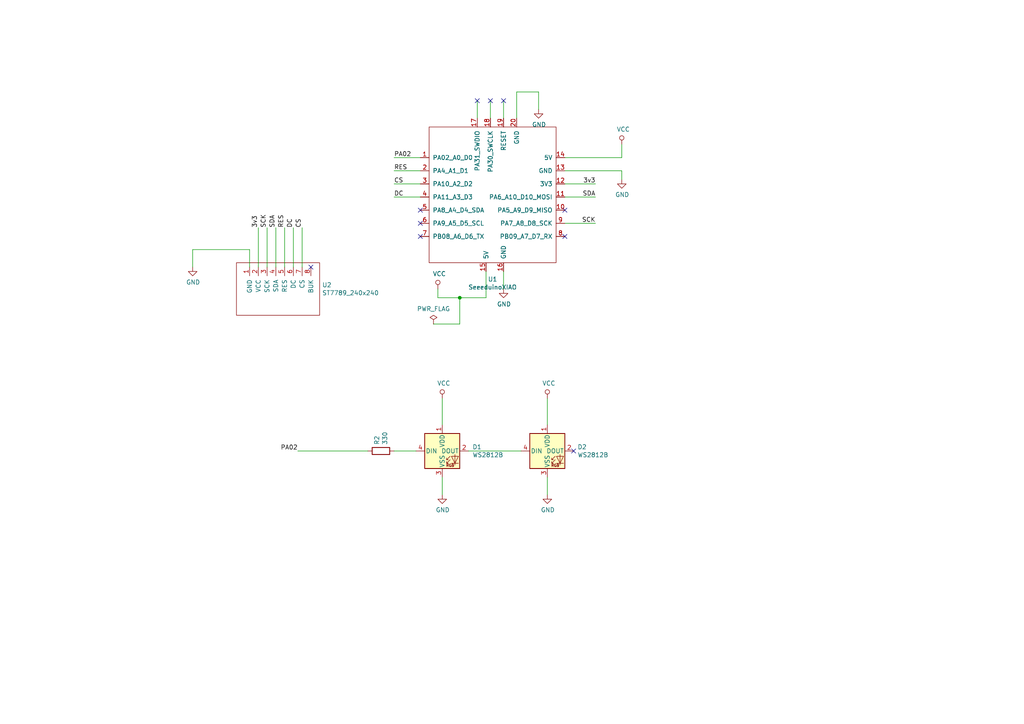
<source format=kicad_sch>
(kicad_sch (version 20231120) (generator "eeschema") (generator_version "8.0")
  (paper "A4")
  (lib_symbols
    (symbol "Device:R" (pin_numbers hide) (pin_names (offset 0))
      (property "Reference" "R" (at 2.032 0 90))
      (property "Value" "R" (at 0 0 90))
      (symbol "R_0_1"
        (rectangle (start -1.016 -2.54) (end 1.016 2.54) (stroke (width 0.254)))
      )
      (symbol "R_1_1"
        (pin passive line (at 0 3.81 270) (length 1.27) (name "~") (number "1"))
        (pin passive line (at 0 -3.81 90) (length 1.27) (name "~") (number "2"))
      )
    )
    (symbol "LED:WS2812B" (pin_names (offset 0.254))
      (property "Reference" "D" (at 5.08 5.715 0))
      (property "Value" "WS2812B" (at 1.27 -5.715 0))
      (symbol "WS2812B_0_0"
        (text "RGB" (at 2.286 -4.191 0) (effects (font (size 0.762 0.762))))
      )
      (symbol "WS2812B_0_1"
        (polyline (pts (xy 1.27 -3.556) (xy 1.778 -3.556)))
        (polyline (pts (xy 1.27 -2.54) (xy 1.778 -2.54)))
        (polyline (pts (xy 4.699 -3.556) (xy 2.667 -3.556)))
        (polyline (pts (xy 2.286 -2.54) (xy 1.27 -3.556) (xy 1.27 -3.048)))
        (polyline (pts (xy 2.286 -1.524) (xy 1.27 -2.54) (xy 1.27 -2.032)))
        (polyline (pts (xy 3.683 -1.016) (xy 3.683 -3.556) (xy 3.683 -4.064)))
        (polyline (pts (xy 4.699 -1.524) (xy 2.667 -1.524) (xy 3.683 -3.556) (xy 4.699 -1.524)))
        (rectangle (start 5.08 5.08) (end -5.08 -5.08) (stroke (width 0.254)) (fill (type background)))
      )
      (symbol "WS2812B_1_1"
        (pin power_in line (at 0 7.62 270) (length 2.54) (name "VDD") (number "1"))
        (pin output line (at 7.62 0 180) (length 2.54) (name "DOUT") (number "2"))
        (pin power_in line (at 0 -7.62 90) (length 2.54) (name "VSS") (number "3"))
        (pin input line (at -7.62 0 0) (length 2.54) (name "DIN") (number "4"))
      )
    )
    (symbol "gopher_goldpilot_xiao-rescue:GND-power" (power) (pin_names (offset 0))
      (property "Value" "power_GND" (at 0 -3.81 0))
      (symbol "GND-power_0_1"
        (polyline (pts (xy 0 0) (xy 0 -1.27) (xy 1.27 -1.27) (xy 0 -2.54) (xy -1.27 -1.27) (xy 0 -1.27)))
      )
      (symbol "GND-power_1_1"
        (pin power_in line (at 0 0 270) (length 0) hide (name "GND") (number "1"))
      )
    )
    (symbol "gopher_goldpilot_xiao-rescue:PWR_FLAG-power" (power) (pin_numbers hide) (pin_names (offset 0) hide)
      (property "Value" "power_PWR_FLAG" (at 0 3.81 0))
      (symbol "PWR_FLAG-power_0_0"
        (pin power_out line (at 0 0 90) (length 0) (name "pwr") (number "1"))
      )
      (symbol "PWR_FLAG-power_0_1"
        (polyline (pts (xy 0 0) (xy 0 1.27) (xy -1.016 1.905) (xy 0 2.54) (xy 1.016 1.905) (xy 0 1.27)))
      )
    )
    (symbol "gopher_goldpilot_xiao-rescue:ST7789_240x240-nanbuwks" (pin_names (offset 1.016))
      (property "Reference" "U" (at 0 1.27 0))
      (property "Value" "nanbuwks_ST7789_240x240" (at 0 3.81 0))
      (symbol "ST7789_240x240-nanbuwks_0_1"
        (rectangle (start -11.43 15.24) (end 12.7 0))
      )
      (symbol "ST7789_240x240-nanbuwks_1_1"
        (pin power_out line (at -7.62 13.97 270) (length 2.54) (name "GND") (number "1"))
        (pin power_in line (at -5.08 13.97 270) (length 2.54) (name "VCC") (number "2"))
        (pin input line (at -2.54 13.97 270) (length 2.54) (name "SCK") (number "3"))
        (pin input line (at 0 13.97 270) (length 2.54) (name "SDA") (number "4"))
        (pin input line (at 2.54 13.97 270) (length 2.54) (name "RES") (number "5"))
        (pin input line (at 5.08 13.97 270) (length 2.54) (name "DC") (number "6"))
        (pin input line (at 7.62 13.97 270) (length 2.54) (name "CS") (number "7"))
        (pin input line (at 10.16 13.97 270) (length 2.54) (name "BUK") (number "8"))
      )
    )
    (symbol "gopher_goldpilot_xiao-rescue:SeeeduinoXIAO-SeedXIAO" (pin_names (offset 1.016))
      (property "Reference" "U" (at -19.05 22.86 0))
      (property "Value" "SeedXIAO_SeeeduinoXIAO" (at -12.7 21.59 0))
      (symbol "SeeeduinoXIAO-SeedXIAO_0_1"
        (rectangle (start -19.05 20.32) (end 17.78 -19.05))
      )
      (symbol "SeeeduinoXIAO-SeedXIAO_1_1"
        (pin unspecified line (at -21.59 11.43 0) (length 2.54) (name "PA02_A0_D0") (number "1"))
        (pin unspecified line (at 20.32 -3.81 180) (length 2.54) (name "PA5_A9_D9_MISO") (number "10"))
        (pin unspecified line (at 20.32 0 180) (length 2.54) (name "PA6_A10_D10_MOSI") (number "11"))
        (pin unspecified line (at 20.32 3.81 180) (length 2.54) (name "3V3") (number "12"))
        (pin unspecified line (at 20.32 7.62 180) (length 2.54) (name "GND") (number "13"))
        (pin unspecified line (at 20.32 11.43 180) (length 2.54) (name "5V") (number "14"))
        (pin input line (at -2.54 -21.59 90) (length 2.54) (name "5V") (number "15"))
        (pin input line (at 2.54 -21.59 90) (length 2.54) (name "GND") (number "16"))
        (pin input line (at -5.08 22.86 270) (length 2.54) (name "PA31_SWDIO") (number "17"))
        (pin input line (at -1.27 22.86 270) (length 2.54) (name "PA30_SWCLK") (number "18"))
        (pin input line (at 2.54 22.86 270) (length 2.54) (name "RESET") (number "19"))
        (pin unspecified line (at -21.59 7.62 0) (length 2.54) (name "PA4_A1_D1") (number "2"))
        (pin input line (at 6.35 22.86 270) (length 2.54) (name "GND") (number "20"))
        (pin unspecified line (at -21.59 3.81 0) (length 2.54) (name "PA10_A2_D2") (number "3"))
        (pin unspecified line (at -21.59 0 0) (length 2.54) (name "PA11_A3_D3") (number "4"))
        (pin unspecified line (at -21.59 -3.81 0) (length 2.54) (name "PA8_A4_D4_SDA") (number "5"))
        (pin unspecified line (at -21.59 -7.62 0) (length 2.54) (name "PA9_A5_D5_SCL") (number "6"))
        (pin unspecified line (at -21.59 -11.43 0) (length 2.54) (name "PB08_A6_D6_TX") (number "7"))
        (pin unspecified line (at 20.32 -11.43 180) (length 2.54) (name "PB09_A7_D7_RX") (number "8"))
        (pin unspecified line (at 20.32 -7.62 180) (length 2.54) (name "PA7_A8_D8_SCK") (number "9"))
      )
    )
    (symbol "gopher_goldpilot_xiao-rescue:VCC-power" (power) (pin_names (offset 0))
      (property "Value" "power_VCC" (at 0 3.81 0))
      (symbol "VCC-power_0_1"
        (polyline (pts (xy 0 0) (xy 0 1.27)))
        (circle (center 0 1.905) (radius 0.635))
      )
      (symbol "VCC-power_1_1"
        (pin power_in line (at 0 0 90) (length 0) hide (name "VCC") (number "1"))
      )
    )
  )
  (junction (at 133.35 86.36))
  (no_connect (at 142.24 29.21))
  (no_connect (at 163.83 68.58))
  (no_connect (at 146.05 29.21))
  (no_connect (at 121.92 64.77))
  (no_connect (at 121.92 68.58))
  (no_connect (at 90.17 77.47))
  (no_connect (at 166.37 130.81))
  (no_connect (at 138.43 29.21))
  (no_connect (at 121.92 60.96))
  (no_connect (at 163.83 60.96))
  (wire (pts (xy 140.97 86.36) (xy 140.97 78.74)))
  (wire (pts (xy 121.92 53.34) (xy 114.3 53.34)))
  (wire (pts (xy 127 86.36) (xy 133.35 86.36)))
  (wire (pts (xy 121.92 49.53) (xy 114.3 49.53)))
  (wire (pts (xy 128.27 115.57) (xy 128.27 123.19)))
  (wire (pts (xy 163.83 57.15) (xy 172.72 57.15)))
  (wire (pts (xy 180.34 49.53) (xy 180.34 52.07)))
  (wire (pts (xy 121.92 45.72) (xy 114.3 45.72)))
  (wire (pts (xy 149.86 26.67) (xy 156.21 26.67)))
  (wire (pts (xy 133.35 93.98) (xy 133.35 86.36)))
  (wire (pts (xy 74.93 77.47) (xy 74.93 66.04)))
  (wire (pts (xy 146.05 78.74) (xy 146.05 83.82)))
  (wire (pts (xy 135.89 130.81) (xy 151.13 130.81)))
  (wire (pts (xy 138.43 29.21) (xy 138.43 34.29)))
  (wire (pts (xy 180.34 45.72) (xy 180.34 41.91)))
  (wire (pts (xy 82.55 77.47) (xy 82.55 66.04)))
  (wire (pts (xy 77.47 77.47) (xy 77.47 66.04)))
  (wire (pts (xy 114.3 130.81) (xy 120.65 130.81)))
  (wire (pts (xy 127 83.82) (xy 127 86.36)))
  (wire (pts (xy 128.27 138.43) (xy 128.27 143.51)))
  (wire (pts (xy 156.21 26.67) (xy 156.21 31.75)))
  (wire (pts (xy 163.83 45.72) (xy 180.34 45.72)))
  (wire (pts (xy 72.39 77.47) (xy 72.39 72.39)))
  (wire (pts (xy 80.01 77.47) (xy 80.01 66.04)))
  (wire (pts (xy 133.35 86.36) (xy 140.97 86.36)))
  (wire (pts (xy 142.24 29.21) (xy 142.24 34.29)))
  (wire (pts (xy 72.39 72.39) (xy 55.88 72.39)))
  (wire (pts (xy 87.63 77.47) (xy 87.63 66.04)))
  (wire (pts (xy 55.88 72.39) (xy 55.88 77.47)))
  (wire (pts (xy 163.83 64.77) (xy 172.72 64.77)))
  (wire (pts (xy 158.75 115.57) (xy 158.75 123.19)))
  (wire (pts (xy 86.36 130.81) (xy 106.68 130.81)))
  (wire (pts (xy 158.75 138.43) (xy 158.75 143.51)))
  (wire (pts (xy 163.83 53.34) (xy 172.72 53.34)))
  (wire (pts (xy 146.05 29.21) (xy 146.05 34.29)))
  (wire (pts (xy 149.86 34.29) (xy 149.86 26.67)))
  (wire (pts (xy 121.92 57.15) (xy 114.3 57.15)))
  (wire (pts (xy 85.09 77.47) (xy 85.09 66.04)))
  (wire (pts (xy 163.83 49.53) (xy 180.34 49.53)))
  (wire (pts (xy 125.73 93.98) (xy 133.35 93.98)))
  (label "3v3" (at 74.93 66.04 90))
  (label "DC" (at 85.09 66.04 90))
  (label "DC" (at 114.3 57.15 0))
  (label "RES" (at 114.3 49.53 0))
  (label "PA02" (at 114.3 45.72 0))
  (label "SDA" (at 172.72 57.15 180))
  (label "SDA" (at 80.01 66.04 90))
  (label "RES" (at 82.55 66.04 90))
  (label "SCK" (at 77.47 66.04 90))
  (label "PA02" (at 86.36 130.81 180))
  (label "CS" (at 114.3 53.34 0))
  (label "SCK" (at 172.72 64.77 180))
  (label "CS" (at 87.63 66.04 90))
  (label "3v3" (at 172.72 53.34 180))
  (symbol (lib_id "LED:WS2812B") (at 128.27 130.81 0) (unit 1)
    (property "Reference" "D1" (at 137.0076 129.6416 0) (effects (justify left)))
    (property "Value" "WS2812B" (at 137.0076 131.953 0) (effects (justify left)))
    (property "Footprint" "LED_SMD:LED_WS2812B_PLCC4_5.0x5.0mm_P3.2mm" (effects (hide yes)))
    (property "Datasheet" "https://cdn-shop.adafruit.com/datasheets/WS2812B.pdf" (effects (hide yes)))
  )
  (symbol (lib_id "LED:WS2812B") (at 158.75 130.81 0) (unit 1)
    (property "Reference" "D2" (at 167.4876 129.6416 0) (effects (justify left)))
    (property "Value" "WS2812B" (at 167.4876 131.953 0) (effects (justify left)))
    (property "Footprint" "LED_SMD:LED_WS2812B_PLCC4_5.0x5.0mm_P3.2mm" (effects (hide yes)))
    (property "Datasheet" "https://cdn-shop.adafruit.com/datasheets/WS2812B.pdf" (effects (hide yes)))
  )
  (symbol (lib_id "Device:R") (at 110.49 130.81 90) (unit 1)
    (property "Reference" "R2" (at 109.3216 129.032 0) (effects (justify left)))
    (property "Value" "330" (at 111.633 129.032 0) (effects (justify left)))
    (property "Footprint" "Resistor_SMD:R_0805_2012Metric" (effects (hide yes)))
  )
  (symbol (lib_id "gopher_goldpilot_xiao-rescue:VCC-power") (at 128.27 115.57 0) (unit 1)
    (property "Reference" "#PWR01" (effects (hide yes)))
    (property "Value" "VCC" (at 128.7018 111.1758 0))
  )
  (symbol (lib_id "gopher_goldpilot_xiao-rescue:VCC-power") (at 158.75 115.57 0) (unit 1)
    (property "Reference" "#PWR011" (effects (hide yes)))
    (property "Value" "VCC" (at 159.1818 111.1758 0))
  )
  (symbol (lib_id "gopher_goldpilot_xiao-rescue:GND-power") (at 128.27 143.51 0) (unit 1)
    (property "Reference" "#PWR08" (effects (hide yes)))
    (property "Value" "GND" (at 128.397 147.9042 0))
  )
  (symbol (lib_id "gopher_goldpilot_xiao-rescue:GND-power") (at 158.75 143.51 0) (unit 1)
    (property "Reference" "#PWR012" (effects (hide yes)))
    (property "Value" "GND" (at 158.877 147.9042 0))
  )
  (symbol (lib_id "gopher_goldpilot_xiao-rescue:SeeeduinoXIAO-SeedXIAO") (at 143.51 57.15 0) (unit 1)
    (property "Reference" "U1" (at 142.875 81.0006 0))
    (property "Value" "SeeeduinoXIAO" (at 142.875 83.312 0))
    (property "Footprint" "XIAO:Seeeduino XIAO-MOUDLE14P-2.54-21X17.8MM_PinSocket" (effects (hide yes)))
  )
  (symbol (lib_id "gopher_goldpilot_xiao-rescue:VCC-power") (at 127 83.82 0) (unit 1)
    (property "Reference" "#PWR02" (effects (hide yes)))
    (property "Value" "VCC" (at 127.4318 79.4258 0))
  )
  (symbol (lib_id "gopher_goldpilot_xiao-rescue:GND-power") (at 146.05 83.82 0) (unit 1)
    (property "Reference" "#PWR03" (effects (hide yes)))
    (property "Value" "GND" (at 146.177 88.2142 0))
  )
  (symbol (lib_id "gopher_goldpilot_xiao-rescue:VCC-power") (at 180.34 41.91 0) (unit 1)
    (property "Reference" "#PWR0102" (effects (hide yes)))
    (property "Value" "VCC" (at 180.7718 37.5158 0))
  )
  (symbol (lib_id "gopher_goldpilot_xiao-rescue:GND-power") (at 180.34 52.07 0) (unit 1)
    (property "Reference" "#PWR0103" (effects (hide yes)))
    (property "Value" "GND" (at 180.467 56.4642 0))
  )
  (symbol (lib_id "gopher_goldpilot_xiao-rescue:PWR_FLAG-power") (at 125.73 93.98 0) (unit 1)
    (property "Reference" "#FLG0101" (effects (hide yes)))
    (property "Value" "PWR_FLAG" (at 125.73 89.5858 0))
  )
  (symbol (lib_id "gopher_goldpilot_xiao-rescue:GND-power") (at 156.21 31.75 0) (unit 1)
    (property "Reference" "#PWR0101" (effects (hide yes)))
    (property "Value" "GND" (at 156.337 36.1442 0))
  )
  (symbol (lib_id "gopher_goldpilot_xiao-rescue:ST7789_240x240-nanbuwks") (at 80.01 91.44 0) (unit 1)
    (property "Reference" "U2" (at 93.4212 82.6516 0) (effects (justify left)))
    (property "Value" "ST7789_240x240" (at 93.4212 84.963 0) (effects (justify left)))
    (property "Footprint" "XIAO:st7789_135x240" (effects (hide yes)))
  )
  (symbol (lib_id "gopher_goldpilot_xiao-rescue:GND-power") (at 55.88 77.47 0) (unit 1)
    (property "Reference" "#PWR0104" (effects (hide yes)))
    (property "Value" "GND" (at 56.007 81.8642 0))
  )
)
</source>
